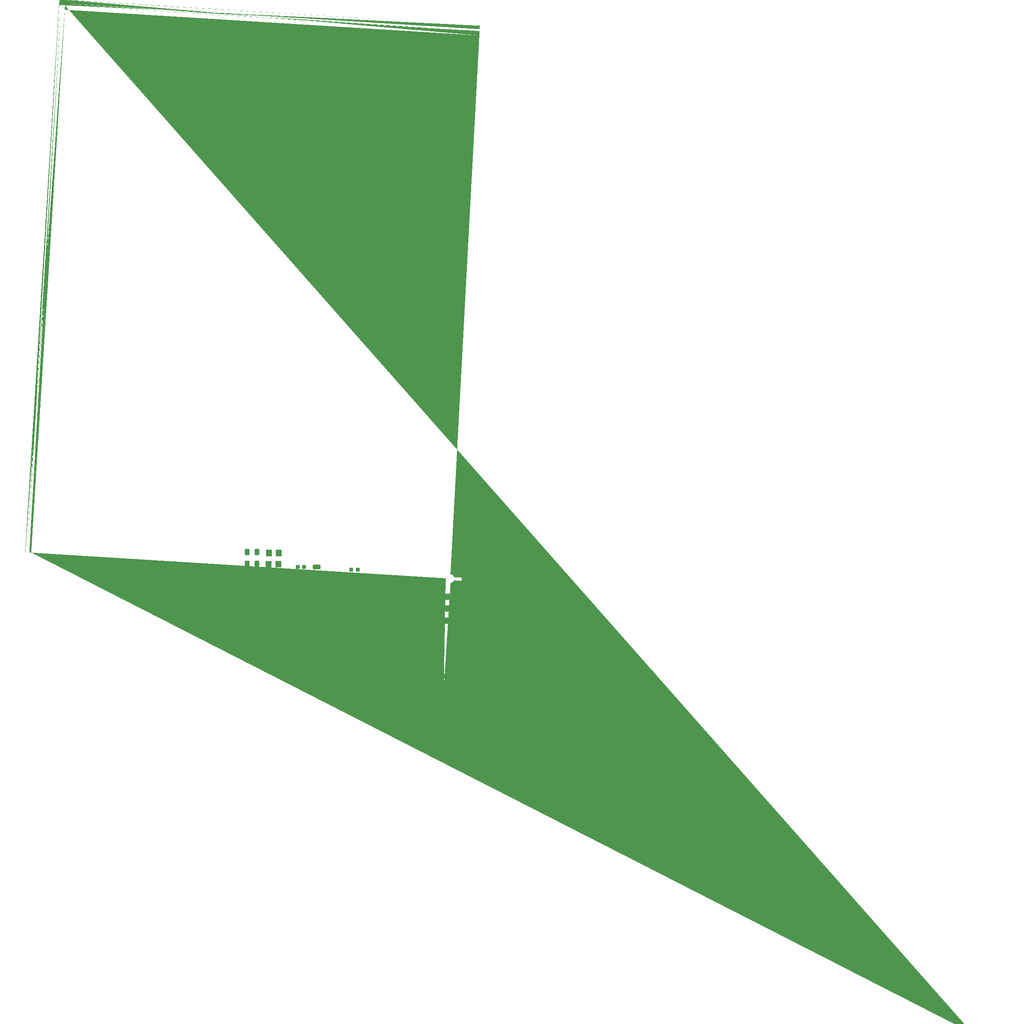
<source format=gtp>
G04 Layer: TopPasteMaskLayer*
G04 EasyEDA Pro v2.2.27.1, 2024-09-15 10:59:50*
G04 Gerber Generator version 0.3*
G04 Scale: 100 percent, Rotated: No, Reflected: No*
G04 Dimensions in millimeters*
G04 Leading zeros omitted, absolute positions, 3 integers and 5 decimals*
%TF.GenerationSoftware,KiCad,Pcbnew,8.0.5*%
%TF.CreationDate,2024-09-23T12:45:29+08:00*%
%TF.ProjectId,li-chuang-di-wen-xing-cw32f030c8t6-kai-fa-ban,6c692d63-6875-4616-9e67-2d64692d7765,rev?*%
%TF.SameCoordinates,Original*%
%TF.FileFunction,Paste,Top*%
%TF.FilePolarity,Positive*%
%FSLAX46Y46*%
G04 Gerber Fmt 4.6, Leading zero omitted, Abs format (unit mm)*
G04 Created by KiCad (PCBNEW 8.0.5) date 2024-09-23 12:45:29*
%MOMM*%
%LPD*%
G01*
G04 APERTURE LIST*
G04 Aperture macros list*
%AMRoundRect*
0 Rectangle with rounded corners*
0 $1 Rounding radius*
0 $2 $3 $4 $5 $6 $7 $8 $9 X,Y pos of 4 corners*
0 Add a 4 corners polygon primitive as box body*
4,1,4,$2,$3,$4,$5,$6,$7,$8,$9,$2,$3,0*
0 Add four circle primitives for the rounded corners*
1,1,$1+$1,$2,$3*
1,1,$1+$1,$4,$5*
1,1,$1+$1,$6,$7*
1,1,$1+$1,$8,$9*
0 Add four rect primitives between the rounded corners*
20,1,$1+$1,$2,$3,$4,$5,0*
20,1,$1+$1,$4,$5,$6,$7,0*
20,1,$1+$1,$6,$7,$8,$9,0*
20,1,$1+$1,$8,$9,$2,$3,0*%
%AMFreePoly0*
4,1,123,0.971500,0.949000,1.016000,0.945500,1.060000,0.940500,1.104000,0.933000,1.147500,0.924000,1.190500,0.912500,1.233000,0.899000,1.275000,0.884000,1.316000,0.866500,1.356500,0.847500,1.395500,0.826000,1.434000,0.803500,1.471000,0.778500,1.507000,0.752500,1.541500,0.724500,1.574500,0.695000,1.606500,0.663500,1.637000,0.631000,1.666000,0.597000,1.693000,0.562000,
1.718500,0.525500,1.742000,0.487500,1.764000,0.449000,1.784500,0.409000,1.802500,0.330000,3.500000,0.330000,3.500000,-0.330000,1.802500,-0.330000,1.784500,-0.409500,1.764000,-0.449000,1.742000,-0.488000,1.718500,-0.525500,1.693000,-0.562000,1.666000,-0.597500,1.637000,-0.631500,1.606500,-0.664000,1.574500,-0.695000,1.541500,-0.724500,1.507000,-0.752500,1.471000,-0.779000,
1.434000,-0.803500,1.395500,-0.826500,1.356500,-0.847500,1.316000,-0.867000,1.275000,-0.884000,1.233000,-0.899500,1.190500,-0.913000,1.147500,-0.924000,1.104000,-0.933500,1.060000,-0.941000,1.016000,-0.946000,0.971500,-0.949000,0.927000,-0.950000,-0.927000,-0.950000,-0.971500,-0.949000,-1.016000,-0.946000,-1.060500,-0.941000,-1.104500,-0.933500,-1.148000,-0.924000,-1.191000,-0.913000,
-1.233500,-0.899500,-1.275500,-0.884000,-1.316500,-0.867000,-1.356500,-0.847500,-1.396000,-0.826500,-1.434000,-0.803500,-1.471000,-0.779000,-1.507000,-0.752500,-1.541500,-0.724500,-1.575000,-0.695000,-1.607000,-0.664000,-1.637000,-0.631500,-1.666000,-0.597500,-1.693000,-0.562000,-1.718500,-0.525500,-1.742500,-0.488000,-1.764500,-0.449000,-1.784500,-0.409500,-1.802500,-0.369000,-1.819000,-0.327500,
-1.833500,-0.285500,-1.846000,-0.242500,-1.856000,-0.199000,-1.864500,-0.155500,-1.870500,-0.111500,-1.875000,-0.067000,-1.877000,-0.022500,-1.877000,0.022000,-1.875000,0.066500,-1.870500,0.111000,-1.864500,0.155000,-1.856000,0.199000,-1.846000,0.242000,-1.833500,0.285000,-1.819000,0.327000,-1.802500,0.368500,-1.784500,0.409000,-1.764500,0.449000,-1.742500,0.487500,-1.718500,0.525500,
-1.693000,0.562000,-1.666000,0.597000,-1.637000,0.631000,-1.607000,0.663500,-1.575000,0.695000,-1.541500,0.724500,-1.507000,0.752500,-1.471000,0.778500,-1.434000,0.803500,-1.396000,0.826000,-1.356500,0.847500,-1.316500,0.866500,-1.275500,0.884000,-1.233500,0.899000,-1.191000,0.912500,-1.148000,0.924000,-1.104500,0.933000,-1.060500,0.940500,-1.016000,0.945500,-0.971500,0.949000,
-0.927000,0.950000,0.927000,0.950000,0.971500,0.949000,0.971500,0.949000,$1*%
G04 Aperture macros list end*
%ADD10C,0.000000*%
%ADD11R,1.200000X1.400000*%
%ADD12RoundRect,0.283125X0.283125X0.405375X-0.283125X0.405375X-0.283125X-0.405375X0.283125X-0.405375X0*%
%ADD13RoundRect,0.337500X-0.337500X0.367500X-0.337500X-0.367500X0.337500X-0.367500X0.337500X0.367500X0*%
%ADD14R,1.000000X1.200000*%
%ADD15RoundRect,0.200000X-0.250000X0.200000X-0.250000X-0.200000X0.250000X-0.200000X0.250000X0.200000X0*%
%ADD16RoundRect,0.283125X-0.283125X-0.405375X0.283125X-0.405375X0.283125X0.405375X-0.283125X0.405375X0*%
%ADD17RoundRect,0.200000X0.200000X0.250000X-0.200000X0.250000X-0.200000X-0.250000X0.200000X-0.250000X0*%
%ADD18RoundRect,0.283125X-0.405375X0.283125X-0.405375X-0.283125X0.405375X-0.283125X0.405375X0.283125X0*%
%ADD19RoundRect,0.337500X-0.367500X-0.337500X0.367500X-0.337500X0.367500X0.337500X-0.367500X0.337500X0*%
%ADD20RoundRect,0.200000X0.250000X-0.200000X0.250000X0.200000X-0.250000X0.200000X-0.250000X-0.200000X0*%
%ADD21RoundRect,0.337500X0.367500X0.337500X-0.367500X0.337500X-0.367500X-0.337500X0.367500X-0.337500X0*%
%ADD22R,1.100000X0.600000*%
%ADD23R,1.100000X0.300000*%
%ADD24O,1.800000X0.280000*%
%ADD25O,0.280000X1.800000*%
%ADD26RoundRect,0.250000X0.250000X0.449750X-0.250000X0.449750X-0.250000X-0.449750X0.250000X-0.449750X0*%
%ADD27RoundRect,0.315000X-0.535000X0.210000X-0.535000X-0.210000X0.535000X-0.210000X0.535000X0.210000X0*%
%ADD28RoundRect,0.200000X-0.200000X-0.250000X0.200000X-0.250000X0.200000X0.250000X-0.200000X0.250000X0*%
%ADD29R,1.575000X0.672000*%
%ADD30FreePoly0,0.000000*%
G04 APERTURE END LIST*
D10*
%TO.C,R9*%
G36*
X117376375Y-89610000D02*
G01*
X117376375Y-90030000D01*
X116931375Y-90030000D01*
X116931375Y-90480000D01*
X117371375Y-90480000D01*
X117376375Y-90890000D01*
X117326375Y-90940000D01*
X116176375Y-90940000D01*
X116126375Y-90890000D01*
X116126375Y-89610000D01*
X116176375Y-89560000D01*
X117326375Y-89560000D01*
X117376375Y-89610000D01*
G37*
G36*
X119526375Y-89610000D02*
G01*
X119526375Y-90890000D01*
X119476375Y-90940000D01*
X118326375Y-90940000D01*
X118276375Y-90890000D01*
X118271375Y-90480000D01*
X118721375Y-90480000D01*
X118721375Y-90030000D01*
X118281375Y-90030000D01*
X118276375Y-89610000D01*
X118326375Y-89560000D01*
X119476375Y-89560000D01*
X119526375Y-89610000D01*
G37*
%TO.C,C2*%
G36*
X117678875Y-81785000D02*
G01*
X117678875Y-82935000D01*
X117628875Y-82985000D01*
X117218875Y-82990000D01*
X117218875Y-82540000D01*
X116768875Y-82540000D01*
X116768875Y-82980000D01*
X116348875Y-82985000D01*
X116298875Y-82935000D01*
X116298875Y-81785000D01*
X116348875Y-81735000D01*
X117628875Y-81735000D01*
X117678875Y-81785000D01*
G37*
G36*
X116768875Y-84330000D02*
G01*
X117218875Y-84330000D01*
X117218875Y-83890000D01*
X117628875Y-83885000D01*
X117678875Y-83935000D01*
X117678875Y-85085000D01*
X117628875Y-85135000D01*
X116348875Y-85135000D01*
X116298875Y-85085000D01*
X116298875Y-83935000D01*
X116348875Y-83885000D01*
X116768875Y-83885000D01*
X116768875Y-84330000D01*
G37*
%TO.C,R4*%
G36*
X73680000Y-79520000D02*
G01*
X73685000Y-79930000D01*
X73235000Y-79930000D01*
X73235000Y-80380000D01*
X73675000Y-80380000D01*
X73680000Y-80800000D01*
X73630000Y-80850000D01*
X72480000Y-80850000D01*
X72430000Y-80800000D01*
X72430000Y-79520000D01*
X72480000Y-79470000D01*
X73630000Y-79470000D01*
X73680000Y-79520000D01*
G37*
G36*
X75830000Y-79520000D02*
G01*
X75830000Y-80800000D01*
X75780000Y-80850000D01*
X74630000Y-80850000D01*
X74580000Y-80800000D01*
X74580000Y-80380000D01*
X75025000Y-80380000D01*
X75025000Y-79930000D01*
X74585000Y-79930000D01*
X74580000Y-79520000D01*
X74630000Y-79470000D01*
X75780000Y-79470000D01*
X75830000Y-79520000D01*
G37*
%TO.C,R2*%
G36*
X74723500Y-84577250D02*
G01*
X74723500Y-85727250D01*
X74673500Y-85777250D01*
X74263500Y-85782250D01*
X74263500Y-85332250D01*
X73813500Y-85332250D01*
X73813500Y-85772250D01*
X73393500Y-85777250D01*
X73343500Y-85727250D01*
X73343500Y-84577250D01*
X73393500Y-84527250D01*
X74673500Y-84527250D01*
X74723500Y-84577250D01*
G37*
G36*
X73813500Y-87122250D02*
G01*
X74263500Y-87122250D01*
X74263500Y-86682250D01*
X74673500Y-86677250D01*
X74723500Y-86727250D01*
X74723500Y-87877250D01*
X74673500Y-87927250D01*
X73393500Y-87927250D01*
X73343500Y-87877250D01*
X73343500Y-86727250D01*
X73393500Y-86677250D01*
X73813500Y-86677250D01*
X73813500Y-87122250D01*
G37*
%TO.C,C3*%
G36*
X74730000Y-89325250D02*
G01*
X74730000Y-90475250D01*
X74680000Y-90525250D01*
X74270000Y-90530250D01*
X74270000Y-90080250D01*
X73820000Y-90080250D01*
X73820000Y-90520250D01*
X73400000Y-90525250D01*
X73350000Y-90475250D01*
X73350000Y-89325250D01*
X73400000Y-89275250D01*
X74680000Y-89275250D01*
X74730000Y-89325250D01*
G37*
G36*
X73820000Y-91870250D02*
G01*
X74270000Y-91870250D01*
X74270000Y-91430250D01*
X74680000Y-91425250D01*
X74730000Y-91475250D01*
X74730000Y-92625250D01*
X74680000Y-92675250D01*
X73400000Y-92675250D01*
X73350000Y-92625250D01*
X73350000Y-91475250D01*
X73400000Y-91425250D01*
X73820000Y-91425250D01*
X73820000Y-91870250D01*
G37*
%TO.C,C1*%
G36*
X120807500Y-81815000D02*
G01*
X120807500Y-82965000D01*
X120757500Y-83015000D01*
X120347500Y-83020000D01*
X120347500Y-82570000D01*
X119897500Y-82570000D01*
X119897500Y-83010000D01*
X119477500Y-83015000D01*
X119427500Y-82965000D01*
X119427500Y-81815000D01*
X119477500Y-81765000D01*
X120757500Y-81765000D01*
X120807500Y-81815000D01*
G37*
G36*
X119897500Y-84360000D02*
G01*
X120347500Y-84360000D01*
X120347500Y-83920000D01*
X120757500Y-83915000D01*
X120807500Y-83965000D01*
X120807500Y-85115000D01*
X120757500Y-85165000D01*
X119477500Y-85165000D01*
X119427500Y-85115000D01*
X119427500Y-83965000D01*
X119477500Y-83915000D01*
X119897500Y-83915000D01*
X119897500Y-84360000D01*
G37*
%TO.C,R8*%
G36*
X117376375Y-86728250D02*
G01*
X117376375Y-87148250D01*
X116931375Y-87148250D01*
X116931375Y-87598250D01*
X117371375Y-87598250D01*
X117376375Y-88008250D01*
X117326375Y-88058250D01*
X116176375Y-88058250D01*
X116126375Y-88008250D01*
X116126375Y-86728250D01*
X116176375Y-86678250D01*
X117326375Y-86678250D01*
X117376375Y-86728250D01*
G37*
G36*
X119526375Y-86728250D02*
G01*
X119526375Y-88008250D01*
X119476375Y-88058250D01*
X118326375Y-88058250D01*
X118276375Y-88008250D01*
X118271375Y-87598250D01*
X118721375Y-87598250D01*
X118721375Y-87148250D01*
X118281375Y-87148250D01*
X118276375Y-86728250D01*
X118326375Y-86678250D01*
X119476375Y-86678250D01*
X119526375Y-86728250D01*
G37*
%TO.C,C11*%
G36*
X112355250Y-91710000D02*
G01*
X112360250Y-92120000D01*
X111910250Y-92120000D01*
X111910250Y-92570000D01*
X112350250Y-92570000D01*
X112355250Y-92990000D01*
X112305250Y-93040000D01*
X111155250Y-93040000D01*
X111105250Y-92990000D01*
X111105250Y-91710000D01*
X111155250Y-91660000D01*
X112305250Y-91660000D01*
X112355250Y-91710000D01*
G37*
G36*
X114505250Y-91710000D02*
G01*
X114505250Y-92990000D01*
X114455250Y-93040000D01*
X113305250Y-93040000D01*
X113255250Y-92990000D01*
X113255250Y-92570000D01*
X113700250Y-92570000D01*
X113700250Y-92120000D01*
X113260250Y-92120000D01*
X113255250Y-91710000D01*
X113305250Y-91660000D01*
X114455250Y-91660000D01*
X114505250Y-91710000D01*
G37*
%TO.C,R5*%
G36*
X73750000Y-77130000D02*
G01*
X73750000Y-77550000D01*
X73305000Y-77550000D01*
X73305000Y-78000000D01*
X73745000Y-78000000D01*
X73750000Y-78410000D01*
X73700000Y-78460000D01*
X72550000Y-78460000D01*
X72500000Y-78410000D01*
X72500000Y-77130000D01*
X72550000Y-77080000D01*
X73700000Y-77080000D01*
X73750000Y-77130000D01*
G37*
G36*
X75900000Y-77130000D02*
G01*
X75900000Y-78410000D01*
X75850000Y-78460000D01*
X74700000Y-78460000D01*
X74650000Y-78410000D01*
X74645000Y-78000000D01*
X75095000Y-78000000D01*
X75095000Y-77550000D01*
X74655000Y-77550000D01*
X74650000Y-77130000D01*
X74700000Y-77080000D01*
X75850000Y-77080000D01*
X75900000Y-77130000D01*
G37*
%TO.C,C4*%
G36*
X112355250Y-86551666D02*
G01*
X112360250Y-86961666D01*
X111910250Y-86961666D01*
X111910250Y-87411666D01*
X112350250Y-87411666D01*
X112355250Y-87831666D01*
X112305250Y-87881666D01*
X111155250Y-87881666D01*
X111105250Y-87831666D01*
X111105250Y-86551666D01*
X111155250Y-86501666D01*
X112305250Y-86501666D01*
X112355250Y-86551666D01*
G37*
G36*
X114505250Y-86551666D02*
G01*
X114505250Y-87831666D01*
X114455250Y-87881666D01*
X113305250Y-87881666D01*
X113255250Y-87831666D01*
X113255250Y-87411666D01*
X113700250Y-87411666D01*
X113700250Y-86961666D01*
X113260250Y-86961666D01*
X113255250Y-86551666D01*
X113305250Y-86501666D01*
X114455250Y-86501666D01*
X114505250Y-86551666D01*
G37*
%TO.C,C10*%
G36*
X127665000Y-75940000D02*
G01*
X127665000Y-76360000D01*
X127220000Y-76360000D01*
X127220000Y-76810000D01*
X127660000Y-76810000D01*
X127665000Y-77220000D01*
X127615000Y-77270000D01*
X126465000Y-77270000D01*
X126415000Y-77220000D01*
X126415000Y-75940000D01*
X126465000Y-75890000D01*
X127615000Y-75890000D01*
X127665000Y-75940000D01*
G37*
G36*
X129815000Y-75940000D02*
G01*
X129815000Y-77220000D01*
X129765000Y-77270000D01*
X128615000Y-77270000D01*
X128565000Y-77220000D01*
X128560000Y-76810000D01*
X129010000Y-76810000D01*
X129010000Y-76360000D01*
X128570000Y-76360000D01*
X128565000Y-75940000D01*
X128615000Y-75890000D01*
X129765000Y-75890000D01*
X129815000Y-75940000D01*
G37*
%TO.C,USB1*%
G36*
X127175000Y-83210000D02*
G01*
X126075000Y-83210000D01*
X126075000Y-82610000D01*
X127175000Y-82610000D01*
X127175000Y-83210000D01*
G37*
G36*
X127175000Y-83710000D02*
G01*
X126075000Y-83710000D01*
X126075000Y-83410000D01*
X127175000Y-83410000D01*
X127175000Y-83710000D01*
G37*
G36*
X127175000Y-88010000D02*
G01*
X126075000Y-88010000D01*
X126075000Y-87410000D01*
X127175000Y-87410000D01*
X127175000Y-88010000D01*
G37*
G36*
X127175000Y-88810000D02*
G01*
X126075000Y-88810000D01*
X126075000Y-88210000D01*
X127175000Y-88210000D01*
X127175000Y-88810000D01*
G37*
G36*
X127175000Y-82410000D02*
G01*
X126075000Y-82410000D01*
X126075000Y-81810000D01*
X127175000Y-81810000D01*
X127175000Y-82410000D01*
G37*
G36*
X127175000Y-84210000D02*
G01*
X126075000Y-84210000D01*
X126075000Y-83910000D01*
X127175000Y-83910000D01*
X127175000Y-84210000D01*
G37*
G36*
X127175000Y-84710000D02*
G01*
X126075000Y-84710000D01*
X126075000Y-84410000D01*
X127175000Y-84410000D01*
X127175000Y-84710000D01*
G37*
G36*
X127175000Y-85210000D02*
G01*
X126075000Y-85210000D01*
X126075000Y-84910000D01*
X127175000Y-84910000D01*
X127175000Y-85210000D01*
G37*
G36*
X127175000Y-85710000D02*
G01*
X126075000Y-85710000D01*
X126075000Y-85410000D01*
X127175000Y-85410000D01*
X127175000Y-85710000D01*
G37*
G36*
X127175000Y-86210000D02*
G01*
X126075000Y-86210000D01*
X126075000Y-85910000D01*
X127175000Y-85910000D01*
X127175000Y-86210000D01*
G37*
G36*
X127175000Y-86710000D02*
G01*
X126075000Y-86710000D01*
X126075000Y-86410000D01*
X127175000Y-86410000D01*
X127175000Y-86710000D01*
G37*
G36*
X127175000Y-87210000D02*
G01*
X126075000Y-87210000D01*
X126075000Y-86910000D01*
X127175000Y-86910000D01*
X127175000Y-87210000D01*
G37*
G36*
X127605000Y-89035500D02*
G01*
X127634500Y-89038000D01*
X127664500Y-89041500D01*
X127694000Y-89047000D01*
X127723000Y-89053500D01*
X127751500Y-89061500D01*
X127780000Y-89071000D01*
X127808000Y-89082000D01*
X127835000Y-89094500D01*
X127862000Y-89108000D01*
X127887500Y-89123000D01*
X127913000Y-89139500D01*
X127937000Y-89156500D01*
X127960500Y-89175500D01*
X127983000Y-89195000D01*
X128004500Y-89216000D01*
X128024500Y-89238000D01*
X128044000Y-89261000D01*
X128062000Y-89284500D01*
X128079000Y-89309500D01*
X128094500Y-89335000D01*
X128109000Y-89361000D01*
X128122000Y-89388000D01*
X128133500Y-89416000D01*
X128143500Y-89444000D01*
X128152500Y-89472500D01*
X128160000Y-89501500D01*
X128166000Y-89531000D01*
X128170000Y-89560500D01*
X128173000Y-89590000D01*
X128174500Y-89620000D01*
X128174500Y-89650000D01*
X128173000Y-89680000D01*
X128170000Y-89709500D01*
X128166000Y-89739000D01*
X128160000Y-89768500D01*
X128152500Y-89797500D01*
X128143500Y-89826000D01*
X128133500Y-89854000D01*
X128122000Y-89881500D01*
X128109000Y-89908500D01*
X128094500Y-89935000D01*
X128079000Y-89960500D01*
X128062000Y-89985000D01*
X128044000Y-90009000D01*
X128024500Y-90032000D01*
X128004500Y-90054000D01*
X127983000Y-90075000D01*
X127960500Y-90094500D01*
X127937000Y-90113500D01*
X127913000Y-90130500D01*
X127887500Y-90147000D01*
X127862000Y-90162000D01*
X127835000Y-90175500D01*
X127808000Y-90188000D01*
X127780000Y-90199000D01*
X127751500Y-90208500D01*
X127723000Y-90216500D01*
X127694000Y-90223000D01*
X127664500Y-90228500D01*
X127634500Y-90232000D01*
X127605000Y-90234000D01*
X127575000Y-90235000D01*
X126775000Y-90235000D01*
X126745000Y-90234000D01*
X126715000Y-90232000D01*
X126685500Y-90228500D01*
X126656000Y-90223000D01*
X126627000Y-90216500D01*
X126598000Y-90208500D01*
X126569500Y-90199000D01*
X126542000Y-90188000D01*
X126514500Y-90175500D01*
X126488000Y-90162000D01*
X126462000Y-90147000D01*
X126437000Y-90130500D01*
X126412500Y-90113500D01*
X126389000Y-90094500D01*
X126367000Y-90075000D01*
X126345500Y-90054000D01*
X126325000Y-90032000D01*
X126306000Y-90009000D01*
X126287500Y-89985000D01*
X126271000Y-89960500D01*
X126255500Y-89935000D01*
X126241000Y-89908500D01*
X126228000Y-89881500D01*
X126216500Y-89854000D01*
X126206000Y-89826000D01*
X126197500Y-89797500D01*
X126190000Y-89768500D01*
X126184000Y-89739000D01*
X126179500Y-89709500D01*
X126176500Y-89680000D01*
X126175000Y-89650000D01*
X126175000Y-89620000D01*
X126176500Y-89590000D01*
X126179500Y-89560500D01*
X126184000Y-89531000D01*
X126190000Y-89501500D01*
X126197500Y-89472500D01*
X126206000Y-89444000D01*
X126216500Y-89416000D01*
X126228000Y-89388000D01*
X126241000Y-89361000D01*
X126255500Y-89335000D01*
X126271000Y-89309500D01*
X126287500Y-89284500D01*
X126306000Y-89261000D01*
X126325000Y-89238000D01*
X126345500Y-89216000D01*
X126367000Y-89195000D01*
X126389000Y-89175500D01*
X126412500Y-89156500D01*
X126437000Y-89139500D01*
X126462000Y-89123000D01*
X126488000Y-89108000D01*
X126514500Y-89094500D01*
X126542000Y-89082000D01*
X126569500Y-89071000D01*
X126598000Y-89061500D01*
X126627000Y-89053500D01*
X126656000Y-89047000D01*
X126685500Y-89041500D01*
X126715000Y-89038000D01*
X126745000Y-89035500D01*
X126775000Y-89035000D01*
X127575000Y-89035000D01*
X127605000Y-89035500D01*
G37*
G36*
X127605000Y-80386000D02*
G01*
X127634500Y-80388000D01*
X127664500Y-80391500D01*
X127694000Y-80397000D01*
X127723000Y-80403500D01*
X127751500Y-80411500D01*
X127780000Y-80421000D01*
X127808000Y-80432000D01*
X127835000Y-80444500D01*
X127862000Y-80458000D01*
X127887500Y-80473000D01*
X127913000Y-80489500D01*
X127937000Y-80506500D01*
X127960500Y-80525500D01*
X127983000Y-80545000D01*
X128004500Y-80566000D01*
X128024500Y-80588000D01*
X128044000Y-80611000D01*
X128062000Y-80635000D01*
X128079000Y-80659500D01*
X128094500Y-80685000D01*
X128109000Y-80711500D01*
X128122000Y-80738500D01*
X128133500Y-80766000D01*
X128143500Y-80794000D01*
X128152500Y-80822500D01*
X128160000Y-80851500D01*
X128166000Y-80881000D01*
X128170000Y-80910500D01*
X128173000Y-80940000D01*
X128174500Y-80970000D01*
X128174500Y-81000000D01*
X128173000Y-81030000D01*
X128170000Y-81059500D01*
X128166000Y-81089000D01*
X128160000Y-81118500D01*
X128152500Y-81147500D01*
X128143500Y-81176000D01*
X128133500Y-81204000D01*
X128122000Y-81232000D01*
X128109000Y-81259000D01*
X128094500Y-81285000D01*
X128079000Y-81310500D01*
X128062000Y-81335500D01*
X128044000Y-81359000D01*
X128024500Y-81382000D01*
X128004500Y-81404000D01*
X127983000Y-81425000D01*
X127960500Y-81444500D01*
X127937000Y-81463500D01*
X127913000Y-81480500D01*
X127887500Y-81497000D01*
X127862000Y-81512000D01*
X127835000Y-81525500D01*
X127808000Y-81538000D01*
X127780000Y-81549000D01*
X127751500Y-81558500D01*
X127723000Y-81566500D01*
X127694000Y-81573000D01*
X127664500Y-81578500D01*
X127634500Y-81582000D01*
X127605000Y-81584500D01*
X127575000Y-81585000D01*
X126775000Y-81585000D01*
X126745000Y-81584500D01*
X126715000Y-81582000D01*
X126685500Y-81578500D01*
X126656000Y-81573000D01*
X126627000Y-81566500D01*
X126598000Y-81558500D01*
X126569500Y-81549000D01*
X126542000Y-81538000D01*
X126514500Y-81525500D01*
X126488000Y-81512000D01*
X126462000Y-81497000D01*
X126437000Y-81480500D01*
X126412500Y-81463500D01*
X126389000Y-81444500D01*
X126367000Y-81425000D01*
X126345500Y-81404000D01*
X126325000Y-81382000D01*
X126306000Y-81359000D01*
X126287500Y-81335500D01*
X126271000Y-81310500D01*
X126255500Y-81285000D01*
X126241000Y-81259000D01*
X126228000Y-81232000D01*
X126216500Y-81204000D01*
X126206000Y-81176000D01*
X126197500Y-81147500D01*
X126190000Y-81118500D01*
X126184000Y-81089000D01*
X126179500Y-81059500D01*
X126176500Y-81030000D01*
X126175000Y-81000000D01*
X126175000Y-80970000D01*
X126176500Y-80940000D01*
X126179500Y-80910500D01*
X126184000Y-80881000D01*
X126190000Y-80851500D01*
X126197500Y-80822500D01*
X126206000Y-80794000D01*
X126216500Y-80766000D01*
X126228000Y-80738500D01*
X126241000Y-80711500D01*
X126255500Y-80685000D01*
X126271000Y-80659500D01*
X126287500Y-80635000D01*
X126306000Y-80611000D01*
X126325000Y-80588000D01*
X126345500Y-80566000D01*
X126367000Y-80545000D01*
X126389000Y-80525500D01*
X126412500Y-80506500D01*
X126437000Y-80489500D01*
X126462000Y-80473000D01*
X126488000Y-80458000D01*
X126514500Y-80444500D01*
X126542000Y-80432000D01*
X126569500Y-80421000D01*
X126598000Y-80411500D01*
X126627000Y-80403500D01*
X126656000Y-80397000D01*
X126685500Y-80391500D01*
X126715000Y-80388000D01*
X126745000Y-80386000D01*
X126775000Y-80385000D01*
X127575000Y-80385000D01*
X127605000Y-80386000D01*
G37*
G36*
X131555000Y-80386000D02*
G01*
X131585000Y-80388000D01*
X131614500Y-80391500D01*
X131644000Y-80397000D01*
X131673000Y-80403500D01*
X131702000Y-80411500D01*
X131730000Y-80421000D01*
X131758000Y-80432000D01*
X131785500Y-80444500D01*
X131812000Y-80458000D01*
X131838000Y-80473000D01*
X131863000Y-80489500D01*
X131887500Y-80506500D01*
X131910500Y-80525500D01*
X131933000Y-80545000D01*
X131954500Y-80566000D01*
X131975000Y-80588000D01*
X131994000Y-80611000D01*
X132012000Y-80635000D01*
X132029000Y-80659500D01*
X132044500Y-80685000D01*
X132059000Y-80711500D01*
X132072000Y-80738500D01*
X132083500Y-80766000D01*
X132094000Y-80794000D01*
X132102500Y-80822500D01*
X132110000Y-80851500D01*
X132116000Y-80881000D01*
X132120500Y-80910500D01*
X132123500Y-80940000D01*
X132125000Y-80970000D01*
X132125000Y-81000000D01*
X132123500Y-81030000D01*
X132120500Y-81059500D01*
X132116000Y-81089000D01*
X132110000Y-81118500D01*
X132102500Y-81147500D01*
X132094000Y-81176000D01*
X132083500Y-81204000D01*
X132072000Y-81232000D01*
X132059000Y-81259000D01*
X132044500Y-81285000D01*
X132029000Y-81310500D01*
X132012000Y-81335500D01*
X131994000Y-81359000D01*
X131975000Y-81382000D01*
X131954500Y-81404000D01*
X131933000Y-81425000D01*
X131910500Y-81444500D01*
X131887500Y-81463500D01*
X131863000Y-81480500D01*
X131838000Y-81497000D01*
X131812000Y-81512000D01*
X131785500Y-81525500D01*
X131758000Y-81538000D01*
X131730000Y-81549000D01*
X131702000Y-81558500D01*
X131673000Y-81566500D01*
X131644000Y-81573000D01*
X131614500Y-81578500D01*
X131585000Y-81582000D01*
X131555000Y-81584500D01*
X131525000Y-81585000D01*
X131225000Y-81585000D01*
X131195000Y-81584500D01*
X131165500Y-81582000D01*
X131135500Y-81578500D01*
X131106000Y-81573000D01*
X131077000Y-81566500D01*
X131048000Y-81558500D01*
X131020000Y-81549000D01*
X130992000Y-81538000D01*
X130964500Y-81525500D01*
X130938000Y-81512000D01*
X130912000Y-81497000D01*
X130887000Y-81480500D01*
X130863000Y-81463500D01*
X130839500Y-81444500D01*
X130817000Y-81425000D01*
X130795500Y-81404000D01*
X130775000Y-81382000D01*
X130756000Y-81359000D01*
X130738000Y-81335500D01*
X130721000Y-81310500D01*
X130705500Y-81285000D01*
X130691000Y-81259000D01*
X130678000Y-81232000D01*
X130666500Y-81204000D01*
X130656500Y-81176000D01*
X130647500Y-81147500D01*
X130640000Y-81118500D01*
X130634000Y-81089000D01*
X130629500Y-81059500D01*
X130626500Y-81030000D01*
X130625000Y-81000000D01*
X130625000Y-80970000D01*
X130626500Y-80940000D01*
X130629500Y-80910500D01*
X130634000Y-80881000D01*
X130640000Y-80851500D01*
X130647500Y-80822500D01*
X130656500Y-80794000D01*
X130666500Y-80766000D01*
X130678000Y-80738500D01*
X130691000Y-80711500D01*
X130705500Y-80685000D01*
X130721000Y-80659500D01*
X130738000Y-80635000D01*
X130756000Y-80611000D01*
X130775000Y-80588000D01*
X130795500Y-80566000D01*
X130817000Y-80545000D01*
X130839500Y-80525500D01*
X130863000Y-80506500D01*
X130887000Y-80489500D01*
X130912000Y-80473000D01*
X130938000Y-80458000D01*
X130964500Y-80444500D01*
X130992000Y-80432000D01*
X131020000Y-80421000D01*
X131048000Y-80411500D01*
X131077000Y-80403500D01*
X131106000Y-80397000D01*
X131135500Y-80391500D01*
X131165500Y-80388000D01*
X131195000Y-80386000D01*
X131225000Y-80385000D01*
X131525000Y-80385000D01*
X131555000Y-80386000D01*
G37*
G36*
X131555000Y-89035500D02*
G01*
X131585000Y-89038000D01*
X131614500Y-89041500D01*
X131644000Y-89047000D01*
X131673000Y-89053500D01*
X131702000Y-89061500D01*
X131730000Y-89071000D01*
X131758000Y-89082000D01*
X131785500Y-89094500D01*
X131812000Y-89108000D01*
X131838000Y-89123000D01*
X131863000Y-89139500D01*
X131887500Y-89156500D01*
X131910500Y-89175500D01*
X131933000Y-89195000D01*
X131954500Y-89216000D01*
X131975000Y-89238000D01*
X131994000Y-89261000D01*
X132012000Y-89284500D01*
X132029000Y-89309500D01*
X132044500Y-89335000D01*
X132059000Y-89361000D01*
X132072000Y-89388000D01*
X132083500Y-89416000D01*
X132094000Y-89444000D01*
X132102500Y-89472500D01*
X132110000Y-89501500D01*
X132116000Y-89531000D01*
X132120500Y-89560500D01*
X132123500Y-89590000D01*
X132125000Y-89620000D01*
X132125000Y-89650000D01*
X132123500Y-89680000D01*
X132120500Y-89709500D01*
X132116000Y-89739000D01*
X132110000Y-89768500D01*
X132102500Y-89797500D01*
X132094000Y-89826000D01*
X132083500Y-89854000D01*
X132072000Y-89881500D01*
X132059000Y-89908500D01*
X132044500Y-89935000D01*
X132029000Y-89960500D01*
X132012000Y-89985000D01*
X131994000Y-90009000D01*
X131975000Y-90032000D01*
X131954500Y-90054000D01*
X131933000Y-90075000D01*
X131910500Y-90094500D01*
X131887500Y-90113500D01*
X131863000Y-90130500D01*
X131838000Y-90147000D01*
X131812000Y-90162000D01*
X131785500Y-90175500D01*
X131758000Y-90188000D01*
X131730000Y-90199000D01*
X131702000Y-90208500D01*
X131673000Y-90216500D01*
X131644000Y-90223000D01*
X131614500Y-90228500D01*
X131585000Y-90232000D01*
X131555000Y-90234000D01*
X131525000Y-90235000D01*
X131225000Y-90235000D01*
X131195000Y-90234000D01*
X131165500Y-90232000D01*
X131135500Y-90228500D01*
X131106000Y-90223000D01*
X131077000Y-90216500D01*
X131048000Y-90208500D01*
X131020000Y-90199000D01*
X130992000Y-90188000D01*
X130964500Y-90175500D01*
X130938000Y-90162000D01*
X130912000Y-90147000D01*
X130887000Y-90130500D01*
X130863000Y-90113500D01*
X130839500Y-90094500D01*
X130817000Y-90075000D01*
X130795500Y-90054000D01*
X130775000Y-90032000D01*
X130756000Y-90009000D01*
X130738000Y-89985000D01*
X130721000Y-89960500D01*
X130705500Y-89935000D01*
X130691000Y-89908500D01*
X130678000Y-89881500D01*
X130666500Y-89854000D01*
X130656500Y-89826000D01*
X130647500Y-89797500D01*
X130640000Y-89768500D01*
X130634000Y-89739000D01*
X130629500Y-89709500D01*
X130626500Y-89680000D01*
X130625000Y-89650000D01*
X130625000Y-89620000D01*
X130626500Y-89590000D01*
X130629500Y-89560500D01*
X130634000Y-89531000D01*
X130640000Y-89501500D01*
X130647500Y-89472500D01*
X130656500Y-89444000D01*
X130666500Y-89416000D01*
X130678000Y-89388000D01*
X130691000Y-89361000D01*
X130705500Y-89335000D01*
X130721000Y-89309500D01*
X130738000Y-89284500D01*
X130756000Y-89261000D01*
X130775000Y-89238000D01*
X130795500Y-89216000D01*
X130817000Y-89195000D01*
X130839500Y-89175500D01*
X130863000Y-89156500D01*
X130887000Y-89139500D01*
X130912000Y-89123000D01*
X130938000Y-89108000D01*
X130964500Y-89094500D01*
X130992000Y-89082000D01*
X131020000Y-89071000D01*
X131048000Y-89061500D01*
X131077000Y-89053500D01*
X131106000Y-89047000D01*
X131135500Y-89041500D01*
X131165500Y-89038000D01*
X131195000Y-89035500D01*
X131225000Y-89035000D01*
X131525000Y-89035000D01*
X131555000Y-89035500D01*
G37*
%TO.C,R6*%
G36*
X122630000Y-96010000D02*
G01*
X122635000Y-96420000D01*
X122185000Y-96420000D01*
X122185000Y-96870000D01*
X122625000Y-96870000D01*
X122630000Y-97290000D01*
X122580000Y-97340000D01*
X121430000Y-97340000D01*
X121380000Y-97290000D01*
X121380000Y-96010000D01*
X121430000Y-95960000D01*
X122580000Y-95960000D01*
X122630000Y-96010000D01*
G37*
G36*
X124780000Y-96010000D02*
G01*
X124780000Y-97290000D01*
X124730000Y-97340000D01*
X123580000Y-97340000D01*
X123530000Y-97290000D01*
X123530000Y-96870000D01*
X123975000Y-96870000D01*
X123975000Y-96420000D01*
X123535000Y-96420000D01*
X123530000Y-96010000D01*
X123580000Y-95960000D01*
X124730000Y-95960000D01*
X124780000Y-96010000D01*
G37*
%TO.C,C5*%
G36*
X112355250Y-89130832D02*
G01*
X112360250Y-89540832D01*
X111910250Y-89540832D01*
X111910250Y-89990832D01*
X112350250Y-89990832D01*
X112355250Y-90410832D01*
X112305250Y-90460832D01*
X111155250Y-90460832D01*
X111105250Y-90410832D01*
X111105250Y-89130832D01*
X111155250Y-89080832D01*
X112305250Y-89080832D01*
X112355250Y-89130832D01*
G37*
G36*
X114505250Y-89130832D02*
G01*
X114505250Y-90410832D01*
X114455250Y-90460832D01*
X113305250Y-90460832D01*
X113255250Y-90410832D01*
X113255250Y-89990832D01*
X113700250Y-89990832D01*
X113700250Y-89540832D01*
X113260250Y-89540832D01*
X113255250Y-89130832D01*
X113305250Y-89080832D01*
X114455250Y-89080832D01*
X114505250Y-89130832D01*
G37*
%TD*%
D11*
%TO.C,X1*%
X83421875Y-87674207D03*
X83421875Y-89874207D03*
X85171875Y-89874207D03*
X85171875Y-87674207D03*
%TD*%
D12*
%TO.C,R9*%
X118826375Y-90250000D03*
X116826375Y-90250000D03*
%TD*%
D13*
%TO.C,C2*%
X116968875Y-82410000D03*
X116968875Y-84410000D03*
%TD*%
D14*
%TO.C,SW1*%
X70660000Y-92390000D03*
X70660000Y-84990000D03*
%TD*%
D15*
%TO.C,C6*%
X101010000Y-93370000D03*
X101010000Y-94770000D03*
%TD*%
D16*
%TO.C,R4*%
X73130000Y-80160000D03*
X75130000Y-80160000D03*
%TD*%
D17*
%TO.C,C7*%
X92320000Y-83480000D03*
X90920000Y-83480000D03*
%TD*%
%TO.C,C8*%
X92320000Y-81370000D03*
X90920000Y-81370000D03*
%TD*%
D18*
%TO.C,R2*%
X74033500Y-85227250D03*
X74033500Y-87227250D03*
%TD*%
D13*
%TO.C,C3*%
X74020000Y-89950250D03*
X74020000Y-91950250D03*
%TD*%
%TO.C,C1*%
X120097500Y-82440000D03*
X120097500Y-84440000D03*
%TD*%
D12*
%TO.C,R8*%
X118826375Y-87368250D03*
X116826375Y-87368250D03*
%TD*%
D19*
%TO.C,C11*%
X111780250Y-92370000D03*
X113780250Y-92370000D03*
%TD*%
D12*
%TO.C,R5*%
X75200000Y-77770000D03*
X73200000Y-77770000D03*
%TD*%
D20*
%TO.C,C9*%
X89560000Y-90880000D03*
X89560000Y-89480000D03*
%TD*%
D17*
%TO.C,C12*%
X80771375Y-90293957D03*
X79371375Y-90293957D03*
%TD*%
D19*
%TO.C,C4*%
X111780250Y-87211666D03*
X113780250Y-87211666D03*
%TD*%
D21*
%TO.C,C10*%
X129140000Y-76560000D03*
X127140000Y-76560000D03*
%TD*%
D17*
%TO.C,C15*%
X80750750Y-83302250D03*
X79350750Y-83302250D03*
%TD*%
D22*
%TO.C,USB1*%
X126625000Y-88510000D03*
X126625000Y-87710000D03*
D23*
X126625000Y-87060000D03*
X126625000Y-86560000D03*
X126625000Y-86060000D03*
X126625000Y-85560000D03*
X126625000Y-85060000D03*
X126625000Y-84560000D03*
X126625000Y-84060000D03*
X126625000Y-83560000D03*
D22*
X126625000Y-82910000D03*
X126625000Y-82110000D03*
%TD*%
D24*
%TO.C,U1*%
X92720000Y-85850000D03*
X92720000Y-86350000D03*
X92720000Y-86850000D03*
X92720000Y-87350000D03*
X92720000Y-87850000D03*
X92720000Y-88350000D03*
X92720000Y-88850000D03*
X92720000Y-89350000D03*
X92720000Y-89850000D03*
X92720000Y-90350000D03*
X92720000Y-90850000D03*
X92720000Y-91350000D03*
D25*
X94020000Y-92650000D03*
X94520000Y-92650000D03*
X95020000Y-92650000D03*
X95520000Y-92650000D03*
X96020000Y-92650000D03*
X96520000Y-92650000D03*
X97020000Y-92650000D03*
X97520000Y-92650000D03*
X98020000Y-92650000D03*
X98520000Y-92650000D03*
X99020000Y-92650000D03*
X99520000Y-92650000D03*
D24*
X100820000Y-91350000D03*
X100820000Y-90850000D03*
X100820000Y-90350000D03*
X100820000Y-89850000D03*
X100820000Y-89350000D03*
X100820000Y-88850000D03*
X100820000Y-88350000D03*
X100820000Y-87850000D03*
X100820000Y-87350000D03*
X100820000Y-86850000D03*
X100820000Y-86350000D03*
X100820000Y-85850000D03*
D25*
X99520000Y-84550000D03*
X99020000Y-84550000D03*
X98520000Y-84550000D03*
X98020000Y-84550000D03*
X97520000Y-84550000D03*
X97020000Y-84550000D03*
X96520000Y-84550000D03*
X96020000Y-84550000D03*
X95520000Y-84550000D03*
X95020000Y-84550000D03*
X94520000Y-84550000D03*
X94020000Y-84550000D03*
%TD*%
D16*
%TO.C,R6*%
X122080000Y-96650000D03*
X124080000Y-96650000D03*
%TD*%
D26*
%TO.C,LED2*%
X70550500Y-77596000D03*
X68449500Y-77596000D03*
%TD*%
%TO.C,LED1*%
X70550500Y-80126000D03*
X68449500Y-80126000D03*
%TD*%
D19*
%TO.C,C5*%
X111780250Y-89790832D03*
X113780250Y-89790832D03*
%TD*%
D17*
%TO.C,C14*%
X80750750Y-80772250D03*
X79350750Y-80772250D03*
%TD*%
D27*
%TO.C,X2*%
X83450000Y-80765000D03*
X83450000Y-83315000D03*
%TD*%
D28*
%TO.C,C13*%
X79386875Y-87000707D03*
X80786875Y-87000707D03*
%TD*%
D29*
%TO.C,Q1*%
X114032000Y-84710000D03*
D30*
X111320000Y-83210000D03*
D29*
X114032000Y-81710000D03*
%TD*%
M02*

</source>
